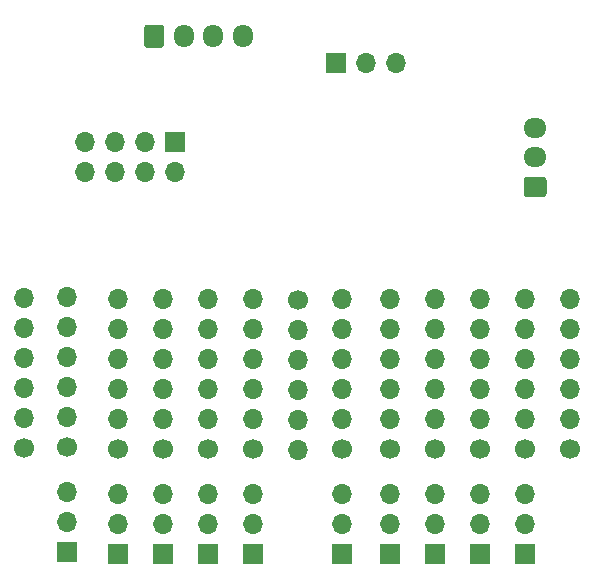
<source format=gbl>
%TF.GenerationSoftware,KiCad,Pcbnew,8.0.4-8.0.4-0~ubuntu24.04.1*%
%TF.CreationDate,2024-07-22T11:10:20+03:00*%
%TF.ProjectId,stripe_board,73747269-7065-45f6-926f-6172642e6b69,rev?*%
%TF.SameCoordinates,Original*%
%TF.FileFunction,Copper,L2,Bot*%
%TF.FilePolarity,Positive*%
%FSLAX46Y46*%
G04 Gerber Fmt 4.6, Leading zero omitted, Abs format (unit mm)*
G04 Created by KiCad (PCBNEW 8.0.4-8.0.4-0~ubuntu24.04.1) date 2024-07-22 11:10:20*
%MOMM*%
%LPD*%
G01*
G04 APERTURE LIST*
%TA.AperFunction,ComponentPad*%
%ADD10R,1.700000X1.700000*%
%TD*%
%TA.AperFunction,ComponentPad*%
%ADD11O,1.700000X1.700000*%
%TD*%
%TA.AperFunction,ComponentPad*%
%ADD12C,1.700000*%
%TD*%
%TA.AperFunction,ComponentPad*%
%ADD13O,1.700000X1.950000*%
%TD*%
%TA.AperFunction,ComponentPad*%
%ADD14O,1.950000X1.700000*%
%TD*%
G04 APERTURE END LIST*
D10*
%TO.P,J16,1,Pin_1*%
%TO.N,SWIO*%
X23819015Y-1200330D03*
D11*
%TO.P,J16,2,Pin_2*%
%TO.N,5V*%
X26359015Y-1200330D03*
%TO.P,J16,3,Pin_3*%
%TO.N,GND*%
X28899015Y-1200330D03*
%TD*%
D12*
%TO.P,J1,1,Pin_1*%
%TO.N,GND*%
X-2600985Y-33790330D03*
D11*
X-2600985Y-31250330D03*
X-2600985Y-28710330D03*
X-2600985Y-26170330D03*
X-2600985Y-23630330D03*
X-2600985Y-21090330D03*
%TD*%
D10*
%TO.P,Srv10,1,GND*%
%TO.N,GND*%
X1017034Y-42600440D03*
D11*
%TO.P,Srv10,2,5v*%
%TO.N,5V*%
X1017034Y-40060440D03*
%TO.P,Srv10,3,PWM*%
%TO.N,PWM1*%
X1017034Y-37520440D03*
%TD*%
%TO.P,J20,8,Pin_8*%
%TO.N,GND*%
X2579015Y-10465330D03*
%TO.P,J20,7,Pin_7*%
%TO.N,5V*%
X2579015Y-7925330D03*
%TO.P,J20,6,Pin_6*%
%TO.N,Net-(J20-Pin_5)*%
X5119015Y-10465330D03*
%TO.P,J20,5,Pin_5*%
X5119015Y-7925330D03*
%TO.P,J20,4,Pin_4*%
%TO.N,5V*%
X7659015Y-10465330D03*
%TO.P,J20,3,Pin_3*%
X7659015Y-7925330D03*
%TO.P,J20,2,Pin_2*%
%TO.N,PWM2*%
X10199015Y-10465330D03*
D10*
%TO.P,J20,1,Pin_1*%
%TO.N,PWM1*%
X10199015Y-7925330D03*
%TD*%
D12*
%TO.P,J6,1,Pin_1*%
%TO.N,/PD7*%
X32209015Y-33890330D03*
D11*
X32209015Y-31350330D03*
X32209015Y-28810330D03*
X32209015Y-26270330D03*
X32209015Y-23730330D03*
X32209015Y-21190330D03*
%TD*%
D13*
%TO.P,J17,4,Pin_4*%
%TO.N,5V*%
X15899015Y1049670D03*
%TO.P,J17,3,Pin_3*%
%TO.N,SDA*%
X13399015Y1049670D03*
%TO.P,J17,2,Pin_2*%
%TO.N,SCL*%
X10899015Y1049670D03*
%TO.P,J17,1,Pin_1*%
%TO.N,GND*%
%TA.AperFunction,ComponentPad*%
G36*
G01*
X7549015Y324670D02*
X7549015Y1774670D01*
G75*
G02*
X7799015Y2024670I250000J0D01*
G01*
X8999015Y2024670D01*
G75*
G02*
X9249015Y1774670I0J-250000D01*
G01*
X9249015Y324670D01*
G75*
G02*
X8999015Y74670I-250000J0D01*
G01*
X7799015Y74670D01*
G75*
G02*
X7549015Y324670I0J250000D01*
G01*
G37*
%TD.AperFunction*%
%TD*%
D10*
%TO.P,Srv7,1,GND*%
%TO.N,GND*%
X36019015Y-42780330D03*
D11*
%TO.P,Srv7,2,5v*%
%TO.N,5V*%
X36019015Y-40240330D03*
%TO.P,Srv7,3,PWM*%
%TO.N,/PA1*%
X36019015Y-37700330D03*
%TD*%
D10*
%TO.P,Srv9,1,GND*%
%TO.N,GND*%
X5329015Y-42800330D03*
D11*
%TO.P,Srv9,2,5v*%
%TO.N,5V*%
X5329015Y-40260330D03*
%TO.P,Srv9,3,PWM*%
%TO.N,PWM2*%
X5329015Y-37720330D03*
%TD*%
D12*
%TO.P,J3,1,Pin_1*%
%TO.N,/PD4*%
X16759015Y-33910330D03*
D11*
X16759015Y-31370330D03*
X16759015Y-28830330D03*
X16759015Y-26290330D03*
X16759015Y-23750330D03*
X16759015Y-21210330D03*
%TD*%
D12*
%TO.P,J2,1,Pin_1*%
%TO.N,/PA1*%
X36019015Y-33890330D03*
D11*
X36019015Y-31350330D03*
X36019015Y-28810330D03*
X36019015Y-26270330D03*
X36019015Y-23730330D03*
X36019015Y-21190330D03*
%TD*%
D12*
%TO.P,J8,1,Pin_1*%
%TO.N,/PA2*%
X39829015Y-33890330D03*
D11*
X39829015Y-31350330D03*
X39829015Y-28810330D03*
X39829015Y-26270330D03*
X39829015Y-23730330D03*
X39829015Y-21190330D03*
%TD*%
D12*
%TO.P,J10,1,Pin_1*%
%TO.N,/PC5*%
X9139015Y-33910330D03*
D11*
X9139015Y-31370330D03*
X9139015Y-28830330D03*
X9139015Y-26290330D03*
X9139015Y-23750330D03*
X9139015Y-21210330D03*
%TD*%
D12*
%TO.P,J9,1,Pin_1*%
%TO.N,/PC7*%
X12949015Y-33910330D03*
D11*
X12949015Y-31370330D03*
X12949015Y-28830330D03*
X12949015Y-26290330D03*
X12949015Y-23750330D03*
X12949015Y-21210330D03*
%TD*%
D10*
%TO.P,Srv1,1,GND*%
%TO.N,GND*%
X32209015Y-42780330D03*
D11*
%TO.P,Srv1,2,5v*%
%TO.N,5V*%
X32209015Y-40240330D03*
%TO.P,Srv1,3,PWM*%
%TO.N,/PD7*%
X32209015Y-37700330D03*
%TD*%
D12*
%TO.P,J4,1,Pin_1*%
%TO.N,/PD5*%
X24329015Y-33890330D03*
D11*
X24329015Y-31350330D03*
X24329015Y-28810330D03*
X24329015Y-26270330D03*
X24329015Y-23730330D03*
X24329015Y-21190330D03*
%TD*%
D10*
%TO.P,Srv6,1,GND*%
%TO.N,GND*%
X9139015Y-42800330D03*
D11*
%TO.P,Srv6,2,5v*%
%TO.N,5V*%
X9139015Y-40260330D03*
%TO.P,Srv6,3,PWM*%
%TO.N,/PC5*%
X9139015Y-37720330D03*
%TD*%
D12*
%TO.P,J5,1,Pin_1*%
%TO.N,/PD6*%
X28399015Y-33890330D03*
D11*
X28399015Y-31350330D03*
X28399015Y-28810330D03*
X28399015Y-26270330D03*
X28399015Y-23730330D03*
X28399015Y-21190330D03*
%TD*%
D12*
%TO.P,J12,1,Pin_1*%
%TO.N,PWM1*%
X1017034Y-33710440D03*
D11*
X1017034Y-31170440D03*
X1017034Y-28630440D03*
X1017034Y-26090440D03*
X1017034Y-23550440D03*
X1017034Y-21010440D03*
%TD*%
D10*
%TO.P,Srv8,1,GND*%
%TO.N,GND*%
X39829015Y-42780330D03*
D11*
%TO.P,Srv8,2,5v*%
%TO.N,5V*%
X39829015Y-40240330D03*
%TO.P,Srv8,3,PWM*%
%TO.N,/PA2*%
X39829015Y-37700330D03*
%TD*%
D10*
%TO.P,Srv4,1,GND*%
%TO.N,GND*%
X16759015Y-42800330D03*
D11*
%TO.P,Srv4,2,5v*%
%TO.N,5V*%
X16759015Y-40260330D03*
%TO.P,Srv4,3,PWM*%
%TO.N,/PD4*%
X16759015Y-37720330D03*
%TD*%
D12*
%TO.P,J18,1,Pin_1*%
%TO.N,5V*%
X20619510Y-21290605D03*
D11*
X20619510Y-23830605D03*
X20619510Y-26370605D03*
X20619510Y-28910605D03*
X20619510Y-31450605D03*
X20619510Y-33990605D03*
%TD*%
D10*
%TO.P,Srv2,1,GND*%
%TO.N,GND*%
X28399015Y-42780330D03*
D11*
%TO.P,Srv2,2,5v*%
%TO.N,5V*%
X28399015Y-40240330D03*
%TO.P,Srv2,3,PWM*%
%TO.N,/PD6*%
X28399015Y-37700330D03*
%TD*%
D12*
%TO.P,J19,1,Pin_1*%
%TO.N,GND*%
X43626733Y-33891247D03*
D11*
X43626733Y-31351247D03*
X43626733Y-28811247D03*
X43626733Y-26271247D03*
X43626733Y-23731247D03*
X43626733Y-21191247D03*
%TD*%
D12*
%TO.P,J11,1,Pin_1*%
%TO.N,PWM2*%
X5329015Y-33910330D03*
D11*
X5329015Y-31370330D03*
X5329015Y-28830330D03*
X5329015Y-26290330D03*
X5329015Y-23750330D03*
X5329015Y-21210330D03*
%TD*%
%TO.P,J13,1,Pin_1*%
%TO.N,GND*%
%TA.AperFunction,ComponentPad*%
G36*
G01*
X41374015Y-12550330D02*
X39924015Y-12550330D01*
G75*
G02*
X39674015Y-12300330I0J250000D01*
G01*
X39674015Y-11100330D01*
G75*
G02*
X39924015Y-10850330I250000J0D01*
G01*
X41374015Y-10850330D01*
G75*
G02*
X41624015Y-11100330I0J-250000D01*
G01*
X41624015Y-12300330D01*
G75*
G02*
X41374015Y-12550330I-250000J0D01*
G01*
G37*
%TD.AperFunction*%
D14*
%TO.P,J13,2,Pin_2*%
%TO.N,5V*%
X40649015Y-9200330D03*
%TO.P,J13,3,Pin_3*%
%TO.N,RC_IN*%
X40649015Y-6700330D03*
%TD*%
D10*
%TO.P,Srv5,1,GND*%
%TO.N,GND*%
X12949015Y-42800330D03*
D11*
%TO.P,Srv5,2,5v*%
%TO.N,5V*%
X12949015Y-40260330D03*
%TO.P,Srv5,3,PWM*%
%TO.N,/PC7*%
X12949015Y-37720330D03*
%TD*%
D10*
%TO.P,Srv3,1,GND*%
%TO.N,GND*%
X24329015Y-42780330D03*
D11*
%TO.P,Srv3,2,5v*%
%TO.N,5V*%
X24329015Y-40240330D03*
%TO.P,Srv3,3,PWM*%
%TO.N,/PD5*%
X24329015Y-37700330D03*
%TD*%
M02*

</source>
